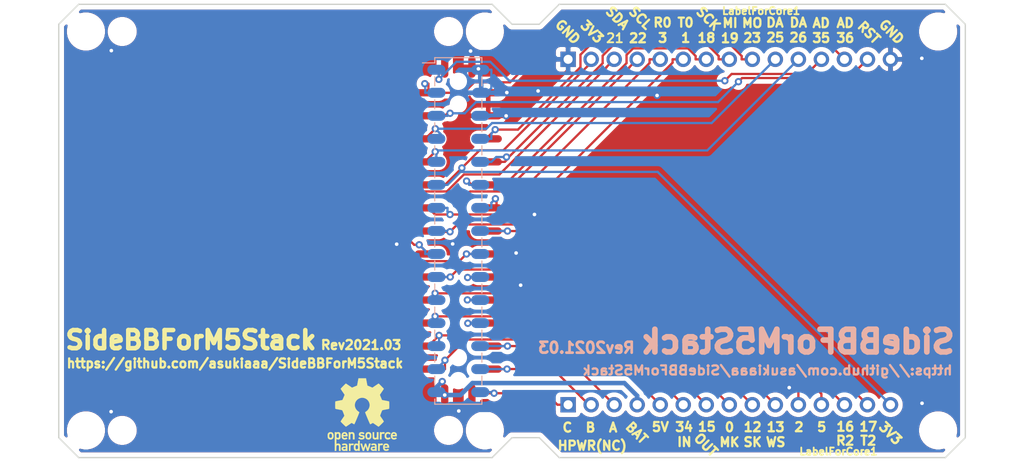
<source format=kicad_pcb>
(kicad_pcb (version 20171130) (host pcbnew 5.1.10-88a1d61d58~88~ubuntu20.04.1)
  (layers (0 F.Cu signal) (31 B.Cu signal) (34 B.Paste user) (35 F.Paste user) (36 B.SilkS user) (37 F.SilkS user) (38 B.Mask user) (39 F.Mask user) (44 Edge.Cuts user))
  (net 0 "")
  (net 1 GND)
  (net 2 G23)
  (net 3 G19)
  (net 4 G18)
  (net 5 G3)
  (net 6 G16)
  (net 7 G21)
  (net 8 G2)
  (net 9 G12)
  (net 10 G15)
  (net 11 +BATT)
  (net 12 +5V)
  (net 13 G34)
  (net 14 G0)
  (net 15 G13)
  (net 16 G5)
  (net 17 G22)
  (net 18 G17)
  (net 19 G1)
  (net 20 G26)
  (net 21 G25)
  (net 22 RST)
  (net 23 G36)
  (net 24 G35)
  (net 25 +3V3)
  (net 26 HPWR_C)
  (net 27 HPWR_B)
  (net 28 HPWR_A)
  (module footprints:PinSocket_1x15_P2.54mm_Vertical_without_silk (layer F.Cu) (at 156.185 94.17 90)
    (fp_text reference J2 hide)
    (fp_text value Conn_01x15)
    (pad 15 thru_hole oval (at 0 35.56 90) (size 1.7 1.7) (drill 1) (layers *.Cu *.Mask) (net 25 +3V3))
    (pad 1 thru_hole rect (at 0 0 90) (size 1.7 1.7) (drill 1) (layers *.Cu *.Mask) (net 26 HPWR_C))
    (pad 2 thru_hole oval (at 0 2.54 90) (size 1.7 1.7) (drill 1) (layers *.Cu *.Mask) (net 27 HPWR_B))
    (pad 3 thru_hole oval (at 0 5.08 90) (size 1.7 1.7) (drill 1) (layers *.Cu *.Mask) (net 28 HPWR_A))
    (pad 4 thru_hole oval (at 0 7.62 90) (size 1.7 1.7) (drill 1) (layers *.Cu *.Mask) (net 11 +BATT))
    (pad 5 thru_hole oval (at 0 10.16 90) (size 1.7 1.7) (drill 1) (layers *.Cu *.Mask) (net 12 +5V))
    (pad 6 thru_hole oval (at 0 12.7 90) (size 1.7 1.7) (drill 1) (layers *.Cu *.Mask) (net 13 G34))
    (pad 7 thru_hole oval (at 0 15.24 90) (size 1.7 1.7) (drill 1) (layers *.Cu *.Mask) (net 10 G15))
    (pad 8 thru_hole oval (at 0 17.78 90) (size 1.7 1.7) (drill 1) (layers *.Cu *.Mask) (net 14 G0))
    (pad 9 thru_hole oval (at 0 20.32 90) (size 1.7 1.7) (drill 1) (layers *.Cu *.Mask) (net 9 G12))
    (pad 10 thru_hole oval (at 0 22.86 90) (size 1.7 1.7) (drill 1) (layers *.Cu *.Mask) (net 15 G13))
    (pad 11 thru_hole oval (at 0 25.4 90) (size 1.7 1.7) (drill 1) (layers *.Cu *.Mask) (net 8 G2))
    (pad 12 thru_hole oval (at 0 27.94 90) (size 1.7 1.7) (drill 1) (layers *.Cu *.Mask) (net 16 G5))
    (pad 13 thru_hole oval (at 0 30.48 90) (size 1.7 1.7) (drill 1) (layers *.Cu *.Mask) (net 6 G16))
    (pad 14 thru_hole oval (at 0 33.02 90) (size 1.7 1.7) (drill 1) (layers *.Cu *.Mask) (net 18 G17))
  )
  (module footprints:PinSocket_1x15_P2.54mm_Vertical_without_silk (layer F.Cu) (at 156.185 56.07 90)
    (fp_text reference J1 hide)
    (fp_text value Conn_01x15)
    (pad 15 thru_hole oval (at 0 35.56 90) (size 1.7 1.7) (drill 1) (layers *.Cu *.Mask) (net 1 GND))
    (pad 1 thru_hole rect (at 0 0 90) (size 1.7 1.7) (drill 1) (layers *.Cu *.Mask) (net 1 GND))
    (pad 2 thru_hole oval (at 0 2.54 90) (size 1.7 1.7) (drill 1) (layers *.Cu *.Mask) (net 25 +3V3))
    (pad 3 thru_hole oval (at 0 5.08 90) (size 1.7 1.7) (drill 1) (layers *.Cu *.Mask) (net 7 G21))
    (pad 4 thru_hole oval (at 0 7.62 90) (size 1.7 1.7) (drill 1) (layers *.Cu *.Mask) (net 17 G22))
    (pad 5 thru_hole oval (at 0 10.16 90) (size 1.7 1.7) (drill 1) (layers *.Cu *.Mask) (net 5 G3))
    (pad 6 thru_hole oval (at 0 12.7 90) (size 1.7 1.7) (drill 1) (layers *.Cu *.Mask) (net 19 G1))
    (pad 7 thru_hole oval (at 0 15.24 90) (size 1.7 1.7) (drill 1) (layers *.Cu *.Mask) (net 4 G18))
    (pad 8 thru_hole oval (at 0 17.78 90) (size 1.7 1.7) (drill 1) (layers *.Cu *.Mask) (net 3 G19))
    (pad 9 thru_hole oval (at 0 20.32 90) (size 1.7 1.7) (drill 1) (layers *.Cu *.Mask) (net 2 G23))
    (pad 10 thru_hole oval (at 0 22.86 90) (size 1.7 1.7) (drill 1) (layers *.Cu *.Mask) (net 21 G25))
    (pad 11 thru_hole oval (at 0 25.4 90) (size 1.7 1.7) (drill 1) (layers *.Cu *.Mask) (net 20 G26))
    (pad 12 thru_hole oval (at 0 27.94 90) (size 1.7 1.7) (drill 1) (layers *.Cu *.Mask) (net 24 G35))
    (pad 13 thru_hole oval (at 0 30.48 90) (size 1.7 1.7) (drill 1) (layers *.Cu *.Mask) (net 23 G36))
    (pad 14 thru_hole oval (at 0 33.02 90) (size 1.7 1.7) (drill 1) (layers *.Cu *.Mask) (net 22 RST))
  )
  (module footprints:PinHeader_2x15_P2.54mm_M5Stack_SpacerPCB_pads (layer F.Cu) (at 144.074 75)
    (fp_text reference J3 hide)
    (fp_text value Conn_02x15_Odd_Even)
    (pad "" np_thru_hole oval (at 0 13.97) (size 0.9 0.9) (drill 0.9) (layers *.Cu *.Mask))
    (pad "" np_thru_hole oval (at 0 -13.97) (size 0.9 0.9) (drill 0.9) (layers *.Cu *.Mask))
    (pad 30 smd oval (at 1.5 18.1 90) (size 2.4 0.8) (layers F.Cu F.Paste F.Mask) (net 26 HPWR_C))
    (pad 28 smd oval (at 3.3 15.24) (size 3 0.8) (layers F.Cu F.Paste F.Mask) (net 27 HPWR_B))
    (pad 26 smd oval (at 3.3 12.7) (size 3 0.8) (layers F.Cu F.Paste F.Mask) (net 28 HPWR_A))
    (pad 24 smd oval (at 3.3 10.16) (size 3 0.8) (layers F.Cu F.Paste F.Mask) (net 10 G15))
    (pad 22 smd oval (at 3.3 7.62) (size 3 0.8) (layers F.Cu F.Paste F.Mask) (net 9 G12))
    (pad 20 smd oval (at 3.3 5.08) (size 3 0.8) (layers F.Cu F.Paste F.Mask) (net 8 G2))
    (pad 18 smd oval (at 3.3 2.54) (size 3 0.8) (layers F.Cu F.Paste F.Mask) (net 7 G21))
    (pad 16 smd oval (at 3.3 0.01) (size 3 0.8) (layers F.Cu F.Paste F.Mask) (net 6 G16))
    (pad 14 smd oval (at 3.3 -2.55) (size 3 0.8) (layers F.Cu F.Paste F.Mask) (net 5 G3))
    (pad 12 smd oval (at 3.3 -5.08) (size 3 0.8) (layers F.Cu F.Paste F.Mask) (net 4 G18))
    (pad 10 smd oval (at 3.3 -7.62) (size 3 0.8) (layers F.Cu F.Paste F.Mask) (net 3 G19))
    (pad 8 smd oval (at 3.3 -10.16) (size 3 0.8) (layers F.Cu F.Paste F.Mask) (net 2 G23))
    (pad 6 smd oval (at 3.3 -12.7) (size 3 0.8) (layers F.Cu F.Paste F.Mask) (net 1 GND))
    (pad 4 smd oval (at 3.3 -15.24) (size 3 0.8) (layers F.Cu F.Paste F.Mask) (net 1 GND))
    (pad 2 smd oval (at 1.5 -18.1 90) (size 2.4 0.8) (layers F.Cu F.Paste F.Mask) (net 1 GND))
    (pad 29 smd oval (at -1.5 18.1 90) (size 2.4 0.8) (layers F.Cu F.Paste F.Mask) (net 11 +BATT))
    (pad 27 smd oval (at -3.3 15.24) (size 3 0.8) (layers F.Cu F.Paste F.Mask) (net 12 +5V))
    (pad 25 smd oval (at -3.3 12.7) (size 3 0.8) (layers F.Cu F.Paste F.Mask) (net 13 G34))
    (pad 23 smd oval (at -3.3 10.16) (size 3 0.8) (layers F.Cu F.Paste F.Mask) (net 14 G0))
    (pad 21 smd oval (at -3.3 7.62) (size 3 0.8) (layers F.Cu F.Paste F.Mask) (net 15 G13))
    (pad 19 smd oval (at -3.3 5.08) (size 3 0.8) (layers F.Cu F.Paste F.Mask) (net 16 G5))
    (pad 17 smd oval (at -3.3 2.54) (size 3 0.8) (layers F.Cu F.Paste F.Mask) (net 17 G22))
    (pad 15 smd oval (at -3.3 0.01) (size 3 0.8) (layers F.Cu F.Paste F.Mask) (net 18 G17))
    (pad 13 smd oval (at -3.3 -2.54) (size 3 0.8) (layers F.Cu F.Paste F.Mask) (net 19 G1))
    (pad 11 smd oval (at -3.3 -5.08) (size 3 0.8) (layers F.Cu F.Paste F.Mask) (net 25 +3V3))
    (pad 9 smd oval (at -3.3 -7.62) (size 3 0.8) (layers F.Cu F.Paste F.Mask) (net 20 G26))
    (pad 7 smd oval (at -3.3 -10.16) (size 3 0.8) (layers F.Cu F.Paste F.Mask) (net 21 G25))
    (pad 5 smd oval (at -3.3 -12.7) (size 3 0.8) (layers F.Cu F.Paste F.Mask) (net 22 RST))
    (pad 3 smd oval (at -3.3 -15.24) (size 3 0.8) (layers F.Cu F.Paste F.Mask) (net 23 G36))
    (pad 1 smd oval (at -1.5 -18.1 90) (size 2.4 0.8) (layers F.Cu F.Paste F.Mask) (net 24 G35))
  )
  (module footprints:PinSocket_2x15_P2.54mm_Vertical_SMD_just_for_M5Stack_bottom (layer B.Cu) (at 144.074 75 180)
    (fp_text reference J4 hide)
    (fp_text value Conn_02x15_Odd_Even)
    (pad 30 smd oval (at -2.42 -17.78 180) (size 2 1.1) (layers B.Cu B.Paste B.Mask) (net 26 HPWR_C))
    (pad 29 smd oval (at 2.42 -17.78 180) (size 2 1.1) (layers B.Cu B.Paste B.Mask) (net 11 +BATT))
    (pad 28 smd oval (at -2.42 -15.24 180) (size 2 1.1) (layers B.Cu B.Paste B.Mask) (net 27 HPWR_B))
    (pad 27 smd oval (at 2.42 -15.24 180) (size 2 1.1) (layers B.Cu B.Paste B.Mask) (net 12 +5V))
    (pad 26 smd oval (at -2.42 -12.7 180) (size 2 1.1) (layers B.Cu B.Paste B.Mask) (net 28 HPWR_A))
    (pad 25 smd oval (at 2.42 -12.7 180) (size 2 1.1) (layers B.Cu B.Paste B.Mask) (net 13 G34))
    (pad 24 smd oval (at -2.42 -10.16 180) (size 2 1.1) (layers B.Cu B.Paste B.Mask) (net 10 G15))
    (pad 23 smd oval (at 2.42 -10.16 180) (size 2 1.1) (layers B.Cu B.Paste B.Mask) (net 14 G0))
    (pad 22 smd oval (at -2.42 -7.62 180) (size 2 1.1) (layers B.Cu B.Paste B.Mask) (net 9 G12))
    (pad 21 smd oval (at 2.42 -7.62 180) (size 2 1.1) (layers B.Cu B.Paste B.Mask) (net 15 G13))
    (pad 20 smd oval (at -2.42 -5.08 180) (size 2 1.1) (layers B.Cu B.Paste B.Mask) (net 8 G2))
    (pad 19 smd oval (at 2.42 -5.08 180) (size 2 1.1) (layers B.Cu B.Paste B.Mask) (net 16 G5))
    (pad 18 smd oval (at -2.42 -2.54 180) (size 2 1.1) (layers B.Cu B.Paste B.Mask) (net 7 G21))
    (pad 17 smd oval (at 2.42 -2.54 180) (size 2 1.1) (layers B.Cu B.Paste B.Mask) (net 17 G22))
    (pad 16 smd oval (at -2.42 0 180) (size 2 1.1) (layers B.Cu B.Paste B.Mask) (net 6 G16))
    (pad 15 smd oval (at 2.42 0 180) (size 2 1.1) (layers B.Cu B.Paste B.Mask) (net 18 G17))
    (pad 14 smd oval (at -2.42 2.54 180) (size 2 1.1) (layers B.Cu B.Paste B.Mask) (net 5 G3))
    (pad 13 smd oval (at 2.42 2.54 180) (size 2 1.1) (layers B.Cu B.Paste B.Mask) (net 19 G1))
    (pad 12 smd oval (at -2.42 5.08 180) (size 2 1.1) (layers B.Cu B.Paste B.Mask) (net 4 G18))
    (pad 11 smd oval (at 2.42 5.08 180) (size 2 1.1) (layers B.Cu B.Paste B.Mask) (net 25 +3V3))
    (pad 10 smd oval (at -2.42 7.62 180) (size 2 1.1) (layers B.Cu B.Paste B.Mask) (net 3 G19))
    (pad 9 smd oval (at 2.42 7.62 180) (size 2 1.1) (layers B.Cu B.Paste B.Mask) (net 20 G26))
    (pad 8 smd oval (at -2.42 10.16 180) (size 2 1.1) (layers B.Cu B.Paste B.Mask) (net 2 G23))
    (pad 7 smd oval (at 2.42 10.16 180) (size 2 1.1) (layers B.Cu B.Paste B.Mask) (net 21 G25))
    (pad 6 smd oval (at -2.42 12.7 180) (size 2 1.1) (layers B.Cu B.Paste B.Mask) (net 1 GND))
    (pad 5 smd oval (at 2.42 12.7 180) (size 2 1.1) (layers B.Cu B.Paste B.Mask) (net 22 RST))
    (pad 4 smd oval (at -2.52 15.24 180) (size 2 1.1) (layers B.Cu B.Paste B.Mask) (net 1 GND))
    (pad 3 smd oval (at 2.42 15.24 180) (size 2 1.1) (layers B.Cu B.Paste B.Mask) (net 23 G36))
    (pad 2 smd oval (at -2.42 17.78 180) (size 2 1.1) (layers B.Cu B.Paste B.Mask) (net 1 GND))
    (pad 1 smd oval (at 2.42 17.78 180) (size 2 1.1) (layers B.Cu B.Paste B.Mask) (net 24 G35))
    (pad "" np_thru_hole circle (at 0 16.51 180) (size 0.9 0.9) (drill 0.9) (layers *.Cu *.Mask))
    (pad "" np_thru_hole circle (at 0 -16.51 180) (size 0.9 0.9) (drill 0.9) (layers *.Cu *.Mask))
  )
  (module MountingHole:MountingHole_3.2mm_M3 (layer F.Cu) (at 103 53)
    (fp_text reference REF1 hide)
    (fp_text value MountingHole_3.2mm_M3)
    (pad 1 np_thru_hole circle (at 0 0) (size 3.2 3.2) (drill 3.2) (layers *.Cu *.Mask))
  )
  (module MountingHole:MountingHole_3.2mm_M3 (layer F.Cu) (at 147 53)
    (fp_text reference REF4 hide)
    (fp_text value MountingHole_3.2mm_M3)
    (pad 1 np_thru_hole circle (at 0 0) (size 3.2 3.2) (drill 3.2) (layers *.Cu *.Mask))
  )
  (module MountingHole:MountingHole_3.2mm_M3 (layer F.Cu) (at 103 97)
    (fp_text reference REF6 hide)
    (fp_text value MountingHole_3.2mm_M3)
    (pad 1 np_thru_hole circle (at 0 0) (size 3.2 3.2) (drill 3.2) (layers *.Cu *.Mask))
  )
  (module MountingHole:MountingHole_3.2mm_M3 (layer F.Cu) (at 147 97)
    (fp_text reference REF9 hide)
    (fp_text value MountingHole_3.2mm_M3)
    (pad 1 np_thru_hole circle (at 0 0) (size 3.2 3.2) (drill 3.2) (layers *.Cu *.Mask))
  )
  (module MountingHole:MountingHole_2.2mm_M2 (layer F.Cu) (at 107 53)
    (fp_text reference REF2 hide)
    (fp_text value MountingHole_2.2mm_M2)
    (pad 1 np_thru_hole circle (at 0 0) (size 2.2 2.2) (drill 2.2) (layers *.Cu *.Mask))
  )
  (module MountingHole:MountingHole_2.2mm_M2 (layer F.Cu) (at 143 53)
    (fp_text reference REF3 hide)
    (fp_text value MountingHole_2.2mm_M2)
    (pad 1 np_thru_hole circle (at 0 0) (size 2.2 2.2) (drill 2.2) (layers *.Cu *.Mask))
  )
  (module MountingHole:MountingHole_2.2mm_M2 (layer F.Cu) (at 107 97)
    (fp_text reference REF7 hide)
    (fp_text value MountingHole_2.2mm_M2)
    (pad 1 np_thru_hole circle (at 0 0) (size 2.2 2.2) (drill 2.2) (layers *.Cu *.Mask))
  )
  (module MountingHole:MountingHole_2.2mm_M2 (layer F.Cu) (at 143 97)
    (fp_text reference REF8 hide)
    (fp_text value MountingHole_2.2mm_M2)
    (pad 1 np_thru_hole circle (at 0 0) (size 2.2 2.2) (drill 2.2) (layers *.Cu *.Mask))
  )
  (module MountingHole:MountingHole_3.2mm_M3 (layer F.Cu) (at 197 53)
    (fp_text reference REF5 hide)
    (fp_text value MountingHole_3.2mm_M3)
    (pad 1 np_thru_hole circle (at 0 0) (size 3.2 3.2) (drill 3.2) (layers *.Cu *.Mask))
  )
  (module MountingHole:MountingHole_3.2mm_M3 (layer F.Cu) (at 197 97)
    (fp_text reference REF10 hide)
    (fp_text value MountingHole_3.2mm_M3)
    (pad 1 np_thru_hole circle (at 0 0) (size 3.2 3.2) (drill 3.2) (layers *.Cu *.Mask))
  )
  (module Symbol:OSHW-Logo_7.5x8mm_SilkScreen (layer F.Cu) (at 133.46684 95.25508)
    (fp_text reference REF** hide)
    (fp_text value OSHW-Logo_7.5x8mm_SilkScreen hide)
  )
  (gr_text LabelForCore1 (at 185.9988 99.3332) (layer F.SilkS) (effects (font (size 0.8 0.8) (thickness 0.2))))
  (gr_text LabelForCore1 (at 177.4738 50.7332) (layer F.SilkS) (effects (font (size 0.8 0.8) (thickness 0.2))))
  (gr_text C (at 156.0988 96.6832) (layer F.SilkS) (effects (font (size 1 1) (thickness 0.25))))
  (gr_text B (at 158.6488 96.6832) (layer F.SilkS) (effects (font (size 1 1) (thickness 0.25))))
  (gr_text A (at 161.1488 96.6832) (layer F.SilkS) (effects (font (size 1 1) (thickness 0.25))))
  (gr_text 34 (at 168.98428 96.62668) (layer F.SilkS) (effects (font (size 1 1) (thickness 0.25))))
  (gr_text IN (at 169.00968 98.28276) (layer F.SilkS) (effects (font (size 1 1) (thickness 0.25))))
  (gr_text 0 (at 173.983 96.65208) (layer F.SilkS) (effects (font (size 1 1) (thickness 0.25))))
  (gr_text MK (at 173.983 98.30308) (layer F.SilkS) (effects (font (size 1 1) (thickness 0.25))))
  (gr_text 15 (at 171.4938 96.60636) (layer F.SilkS) (effects (font (size 1 1) (thickness 0.25))))
  (gr_text OUT (at 171.38712 98.6028 -45) (layer F.SilkS) (effects (font (size 1 1) (thickness 0.25))))
  (gr_text 12 (at 176.53824 96.64192) (layer F.SilkS) (effects (font (size 1 1) (thickness 0.25))))
  (gr_text 13 (at 179.07824 96.64192) (layer F.SilkS) (effects (font (size 1 1) (thickness 0.25))))
  (gr_text WS (at 179.07824 98.29292) (layer F.SilkS) (effects (font (size 1 1) (thickness 0.25))))
  (gr_text SK (at 176.53824 98.29292) (layer F.SilkS) (effects (font (size 1 1) (thickness 0.25))))
  (gr_text "HPWR(NC)" (at 158.8488 98.6832) (layer F.SilkS) (effects (font (size 1 1) (thickness 0.25))))
  (gr_text Rev2021.03 (at 133.3488 87.5792) (layer F.SilkS) (effects (font (size 1 1) (thickness 0.25))))
  (gr_text SideBBForM5Stack (at 114.5738 87.0332) (layer F.SilkS) (effects (font (size 2 2) (thickness 0.5))))
  (gr_text https://github.com/asukiaaa/SideBBForM5Stack (at 178.1738 90.3832) (layer B.SilkS) (effects (font (size 1 1.1) (thickness 0.25)) (justify mirror)))
  (gr_text https://github.com/asukiaaa/SideBBForM5Stack (at 119.4308 89.6112) (layer F.SilkS) (effects (font (size 1 1) (thickness 0.25))))
  (gr_text GND (at 156.1338 53.0352 -45) (layer F.SilkS) (effects (font (size 1 1) (thickness 0.25))))
  (gr_line (start 153 52.2) (end 155.2 50) (layer Edge.Cuts) (width 0.15))
  (gr_line (start 150 52.2) (end 153 52.2) (layer Edge.Cuts) (width 0.15))
  (gr_line (start 153 97.8) (end 155.2 100) (layer Edge.Cuts) (width 0.15))
  (gr_line (start 150 97.8) (end 153 97.8) (layer Edge.Cuts) (width 0.15))
  (gr_text R0 (at 166.5986 52.0192) (layer F.SilkS) (effects (font (size 1 1) (thickness 0.25))))
  (gr_text T0 (at 169.1386 52.0192) (layer F.SilkS) (effects (font (size 1 1) (thickness 0.25))))
  (gr_text R2 (at 186.7488 98.1332) (layer F.SilkS) (effects (font (size 1 1) (thickness 0.25))))
  (gr_text T2 (at 189.2988 98.1332) (layer F.SilkS) (effects (font (size 1 1) (thickness 0.25))))
  (gr_text DA (at 178.9938 52.0192) (layer F.SilkS) (effects (font (size 1 1) (thickness 0.25))))
  (gr_text DA (at 181.57952 52.0192) (layer F.SilkS) (effects (font (size 1 1) (thickness 0.25))))
  (gr_text AD (at 184.10428 52.06492) (layer F.SilkS) (effects (font (size 1 1) (thickness 0.25))))
  (gr_text AD (at 186.75604 52.05984) (layer F.SilkS) (effects (font (size 1 1) (thickness 0.25))))
  (gr_text Rev2021.03 (at 158.1988 87.8832) (layer B.SilkS) (effects (font (size 1.2 1.2) (thickness 0.3)) (justify mirror)))
  (gr_text SideBBForM5Stack (at 181.52872 87.21852) (layer B.SilkS) (effects (font (size 2.5 2.5) (thickness 0.625)) (justify mirror)))
  (gr_text SCK (at 171.64812 51.59756 -45) (layer F.SilkS) (effects (font (size 1 1) (thickness 0.25))))
  (gr_text 18 (at 171.44492 53.71084) (layer F.SilkS) (effects (font (size 1 1) (thickness 0.25))))
  (gr_text MO (at 176.48936 52.05984) (layer F.SilkS) (effects (font (size 1 1) (thickness 0.25))))
  (gr_text 19 (at 174.02556 53.74132) (layer F.SilkS) (effects (font (size 1 1) (thickness 0.25))))
  (gr_text 23 (at 176.48936 53.71084) (layer F.SilkS) (effects (font (size 1 1) (thickness 0.25))))
  (gr_text MI (at 174.05096 52.05984) (layer F.SilkS) (effects (font (size 1 1) (thickness 0.25))))
  (gr_text SCL (at 164.15512 51.5112 -45) (layer F.SilkS) (effects (font (size 1 1) (thickness 0.25))))
  (gr_text SDA (at 161.61512 51.5112 -45) (layer F.SilkS) (effects (font (size 1 1) (thickness 0.25))))
  (gr_text 3V3 (at 191.73252 97.3328 -45) (layer F.SilkS) (effects (font (size 1 1) (thickness 0.25))))
  (gr_text 22 (at 163.89096 53.73624) (layer F.SilkS) (effects (font (size 1 1) (thickness 0.25))))
  (gr_text GND (at 191.8488 53.0332 -45) (layer F.SilkS) (effects (font (size 1 1) (thickness 0.25))))
  (gr_text 21 (at 161.35096 53.73624) (layer F.SilkS) (effects (font (size 1 1) (thickness 0.2))))
  (gr_text 36 (at 186.75604 53.71084) (layer F.SilkS) (effects (font (size 1 1) (thickness 0.25))))
  (gr_text 3V3 (at 158.81604 53.0352 -45) (layer F.SilkS) (effects (font (size 1 1) (thickness 0.25))))
  (gr_text 35 (at 184.10428 53.71592) (layer F.SilkS) (effects (font (size 1 1) (thickness 0.25))))
  (gr_text BAT (at 163.75188 97.27184 -45) (layer F.SilkS) (effects (font (size 1 1) (thickness 0.25))))
  (gr_text RST (at 189.36716 53.12156 -45) (layer F.SilkS) (effects (font (size 1 1) (thickness 0.25))))
  (gr_text 5V (at 166.363 96.62668) (layer F.SilkS) (effects (font (size 1 1) (thickness 0.25))))
  (gr_text 26 (at 181.57952 53.6702) (layer F.SilkS) (effects (font (size 1 1) (thickness 0.25))))
  (gr_text 25 (at 179.0446 53.6702) (layer F.SilkS) (effects (font (size 1 1) (thickness 0.25))))
  (gr_text 5 (at 184.15824 96.63684) (layer F.SilkS) (effects (font (size 1 1) (thickness 0.25))))
  (gr_text 2 (at 181.64872 96.63684) (layer F.SilkS) (effects (font (size 1 1) (thickness 0.25))))
  (gr_text 17 (at 189.30428 96.5962) (layer F.SilkS) (effects (font (size 1 1) (thickness 0.25))))
  (gr_text 16 (at 186.76428 96.5962) (layer F.SilkS) (effects (font (size 1 1) (thickness 0.25))))
  (gr_text 1 (at 169.15892 53.71084) (layer F.SilkS) (effects (font (size 1 1) (thickness 0.25))))
  (gr_text 3 (at 166.61892 53.71084) (layer F.SilkS) (effects (font (size 1 1) (thickness 0.25))))
  (gr_line (start 200 97.8) (end 197.8 100) (layer Edge.Cuts) (width 0.15))
  (gr_line (start 197.8 50) (end 200 52.2) (layer Edge.Cuts) (width 0.15))
  (gr_line (start 197.8 100) (end 155.2 100) (layer Edge.Cuts) (width 0.15))
  (gr_line (start 200 52.2) (end 200 97.8) (layer Edge.Cuts) (width 0.15))
  (gr_line (start 155.2 50) (end 197.8 50) (layer Edge.Cuts) (width 0.15))
  (gr_line (start 102.2 50) (end 100 52.2) (layer Edge.Cuts) (width 0.15))
  (gr_line (start 100 97.8) (end 100 52.2) (layer Edge.Cuts) (width 0.15))
  (gr_line (start 102.2 100) (end 100 97.8) (layer Edge.Cuts) (width 0.15))
  (gr_line (start 147.8 100) (end 102.2 100) (layer Edge.Cuts) (width 0.15))
  (gr_line (start 150 97.8) (end 147.8 100) (layer Edge.Cuts) (width 0.15))
  (gr_line (start 147.8 50) (end 150 52.2) (layer Edge.Cuts) (width 0.15))
  (gr_line (start 102.2 50) (end 147.8 50) (layer Edge.Cuts) (width 0.15))
  (segment (start 147.374 59.76) (end 147.374 62.3) (width 0.25) (layer F.Cu) (net 1))
  (segment (start 147.0852 59.76) (end 147.2067 59.76) (width 0.25) (layer B.Cu) (net 1))
  (segment (start 146.594 59.76) (end 147.0852 59.76) (width 0.25) (layer B.Cu) (net 1))
  (segment (start 147.2067 59.76) (end 147.7193 59.2474) (width 0.25) (layer B.Cu) (net 1))
  (segment (start 147.7193 59.2474) (end 147.7193 57.22) (width 0.25) (layer B.Cu) (net 1))
  (segment (start 146.494 57.22) (end 147.7193 57.22) (width 0.25) (layer B.Cu) (net 1))
  (segment (start 147.374 59.76) (end 149.397 59.76) (width 0.25) (layer F.Cu) (net 1))
  (via (at 149.4238 59.7332) (size 0.8) (drill 0.4) (layers F.Cu B.Cu) (net 1))
  (segment (start 149.397 59.76) (end 149.4238 59.7332) (width 0.25) (layer F.Cu) (net 1))
  (segment (start 146.6208 59.7332) (end 146.594 59.76) (width 0.25) (layer B.Cu) (net 1))
  (segment (start 149.4238 59.7332) (end 146.6208 59.7332) (width 0.25) (layer B.Cu) (net 1))
  (segment (start 153.087 56.07) (end 156.185 56.07) (width 0.25) (layer F.Cu) (net 1))
  (segment (start 149.4238 59.7332) (end 153.087 56.07) (width 0.25) (layer F.Cu) (net 1))
  (via (at 146.290424 57.119999) (size 0.8) (drill 0.4) (layers F.Cu B.Cu) (net 1))
  (segment (start 146.494 57.22) (end 146.390425 57.22) (width 0.25) (layer B.Cu) (net 1))
  (segment (start 146.390425 57.22) (end 146.290424 57.119999) (width 0.25) (layer B.Cu) (net 1))
  (segment (start 146.270425 57.1) (end 146.290424 57.119999) (width 0.25) (layer F.Cu) (net 1))
  (segment (start 145.074 57.1) (end 146.270425 57.1) (width 0.25) (layer F.Cu) (net 1))
  (segment (start 153.7968 59.5582) (end 152.8738 59.5582) (width 0.25) (layer F.Cu) (net 1))
  (segment (start 156.185 56.07) (end 156.185 57.17) (width 0.25) (layer F.Cu) (net 1))
  (via (at 152.8738 59.5582) (size 0.8) (drill 0.4) (layers F.Cu B.Cu) (net 1))
  (segment (start 156.185 57.17) (end 153.7968 59.5582) (width 0.25) (layer F.Cu) (net 1))
  (via (at 165.9988 60.0582) (size 0.8) (drill 0.4) (layers F.Cu B.Cu) (net 1))
  (segment (start 152.8738 59.5582) (end 165.4988 59.5582) (width 0.25) (layer B.Cu) (net 1))
  (segment (start 165.4988 59.5582) (end 165.9988 60.0582) (width 0.25) (layer B.Cu) (net 1))
  (via (at 149.3488 62.3082) (size 0.8) (drill 0.4) (layers F.Cu B.Cu) (net 1))
  (segment (start 146.494 62.3) (end 149.3406 62.3) (width 0.25) (layer B.Cu) (net 1))
  (segment (start 149.3406 62.3) (end 149.3488 62.3082) (width 0.25) (layer B.Cu) (net 1))
  (segment (start 147.3822 62.3082) (end 147.374 62.3) (width 0.25) (layer F.Cu) (net 1))
  (segment (start 149.3488 62.3082) (end 147.3822 62.3082) (width 0.25) (layer F.Cu) (net 1))
  (via (at 145.4238 55.1582) (size 0.8) (drill 0.4) (layers F.Cu B.Cu) (net 1))
  (segment (start 154.1732 55.1582) (end 145.4238 55.1582) (width 0.25) (layer B.Cu) (net 1))
  (segment (start 156.185 56.07) (end 155.085 56.07) (width 0.25) (layer B.Cu) (net 1))
  (segment (start 155.085 56.07) (end 154.1732 55.1582) (width 0.25) (layer B.Cu) (net 1))
  (via (at 105.7988 55.1082) (size 0.8) (drill 0.4) (layers F.Cu B.Cu) (net 1))
  (segment (start 145.4238 55.1582) (end 105.8488 55.1582) (width 0.25) (layer F.Cu) (net 1))
  (segment (start 105.8488 55.1582) (end 105.7988 55.1082) (width 0.25) (layer F.Cu) (net 1))
  (via (at 105.7738 94.9332) (size 0.8) (drill 0.4) (layers F.Cu B.Cu) (net 1))
  (segment (start 105.7988 55.1082) (end 105.7988 94.9082) (width 0.25) (layer B.Cu) (net 1))
  (segment (start 105.7988 94.9082) (end 105.7738 94.9332) (width 0.25) (layer B.Cu) (net 1))
  (via (at 144.1238 94.8582) (size 0.8) (drill 0.4) (layers F.Cu B.Cu) (net 1))
  (segment (start 105.7738 94.9332) (end 144.0488 94.9332) (width 0.25) (layer F.Cu) (net 1))
  (segment (start 144.0488 94.9332) (end 144.1238 94.8582) (width 0.25) (layer F.Cu) (net 1))
  (segment (start 144.1238 94.8582) (end 153.3238 94.8582) (width 0.25) (layer B.Cu) (net 1))
  (segment (start 153.3238 94.8582) (end 153.7238 94.8582) (width 0.25) (layer B.Cu) (net 1))
  (segment (start 153.7238 94.8582) (end 155.5988 96.7332) (width 0.25) (layer B.Cu) (net 1))
  (via (at 195.2238 94.0082) (size 0.8) (drill 0.4) (layers F.Cu B.Cu) (net 1))
  (segment (start 155.5988 96.7332) (end 192.4988 96.7332) (width 0.25) (layer B.Cu) (net 1))
  (segment (start 192.4988 96.7332) (end 195.2238 94.0082) (width 0.25) (layer B.Cu) (net 1))
  (via (at 195.1988 55.9582) (size 0.8) (drill 0.4) (layers F.Cu B.Cu) (net 1))
  (segment (start 195.2238 94.0082) (end 195.2238 55.9832) (width 0.25) (layer F.Cu) (net 1))
  (segment (start 195.2238 55.9832) (end 195.1988 55.9582) (width 0.25) (layer F.Cu) (net 1))
  (via (at 152.4738 73.1832) (size 0.8) (drill 0.4) (layers F.Cu B.Cu) (net 1))
  (segment (start 153.0738 72.5832) (end 152.4738 73.1832) (width 0.25) (layer F.Cu) (net 1))
  (segment (start 195.1988 55.9582) (end 178.5738 72.5832) (width 0.25) (layer F.Cu) (net 1))
  (segment (start 178.5738 72.5832) (end 153.0738 72.5832) (width 0.25) (layer F.Cu) (net 1))
  (segment (start 152.4738 73.1832) (end 171.3988 92.1082) (width 0.25) (layer B.Cu) (net 1))
  (segment (start 171.3988 92.1082) (end 184.0988 92.1082) (width 0.25) (layer B.Cu) (net 1))
  (via (at 180.575142 92.281858) (size 0.8) (drill 0.4) (layers F.Cu B.Cu) (net 1))
  (segment (start 184.0988 92.1082) (end 180.7488 92.1082) (width 0.25) (layer B.Cu) (net 1))
  (segment (start 180.7488 92.1082) (end 180.575142 92.281858) (width 0.25) (layer B.Cu) (net 1))
  (segment (start 180.575142 92.281858) (end 178.222458 92.281858) (width 0.25) (layer F.Cu) (net 1))
  (via (at 143.4488 76.4332) (size 0.8) (drill 0.4) (layers F.Cu B.Cu) (net 1))
  (segment (start 147.372202 76.4332) (end 143.4488 76.4332) (width 0.25) (layer B.Cu) (net 1))
  (segment (start 148.8988 76.4332) (end 147.372202 76.4332) (width 0.25) (layer B.Cu) (net 1))
  (segment (start 143.4488 76.998885) (end 143.4238 77.023885) (width 0.25) (layer B.Cu) (net 1))
  (segment (start 143.4488 76.4332) (end 143.4488 76.998885) (width 0.25) (layer B.Cu) (net 1))
  (segment (start 143.4238 77.023885) (end 143.4238 77.755202) (width 0.25) (layer B.Cu) (net 1))
  (segment (start 143.4238 77.755202) (end 143.4238 78.3332) (width 0.25) (layer B.Cu) (net 1))
  (segment (start 143.4238 78.3332) (end 142.9738 78.7832) (width 0.25) (layer B.Cu) (net 1))
  (segment (start 142.9738 78.7832) (end 139.6238 78.7832) (width 0.25) (layer B.Cu) (net 1))
  (segment (start 139.6238 78.7832) (end 137.4738 76.6332) (width 0.25) (layer B.Cu) (net 1))
  (segment (start 137.4738 76.6332) (end 137.4738 76.4582) (width 0.25) (layer B.Cu) (net 1))
  (via (at 150.4488 77.4332) (size 0.8) (drill 0.4) (layers F.Cu B.Cu) (net 1))
  (segment (start 148.8988 76.4332) (end 149.4488 76.4332) (width 0.25) (layer B.Cu) (net 1))
  (segment (start 149.4488 76.4332) (end 150.4488 77.4332) (width 0.25) (layer B.Cu) (net 1))
  (segment (start 150.4488 77.4332) (end 163.3738 77.4332) (width 0.25) (layer F.Cu) (net 1))
  (via (at 137.27398 76.4582) (size 0.8) (drill 0.4) (layers F.Cu B.Cu) (net 1))
  (segment (start 137.4738 76.4582) (end 137.27398 76.4582) (width 0.25) (layer B.Cu) (net 1))
  (segment (start 195.087 56.07) (end 195.1988 55.9582) (width 0.25) (layer B.Cu) (net 1))
  (segment (start 191.745 56.07) (end 195.087 56.07) (width 0.25) (layer B.Cu) (net 1))
  (via (at 150.9488 80.9832) (size 0.8) (drill 0.4) (layers F.Cu B.Cu) (net 1))
  (segment (start 176.505 56.07) (end 175.3297 56.07) (width 0.25) (layer F.Cu) (net 2))
  (segment (start 175.3297 56.07) (end 175.3297 55.7027) (width 0.25) (layer F.Cu) (net 2))
  (segment (start 175.3297 55.7027) (end 173.5386 53.9116) (width 0.25) (layer F.Cu) (net 2))
  (segment (start 173.5386 53.9116) (end 159.1932 53.9116) (width 0.25) (layer F.Cu) (net 2))
  (segment (start 159.1932 53.9116) (end 157.5476 55.5572) (width 0.25) (layer F.Cu) (net 2))
  (segment (start 157.5476 55.5572) (end 157.5476 56.9291) (width 0.25) (layer F.Cu) (net 2))
  (segment (start 157.5476 56.9291) (end 150.6553 63.8214) (width 0.25) (layer F.Cu) (net 2))
  (segment (start 150.6553 63.8214) (end 148.1429 63.8214) (width 0.25) (layer F.Cu) (net 2))
  (segment (start 147.7193 64.84) (end 147.7193 64.245) (width 0.25) (layer B.Cu) (net 2))
  (segment (start 147.7193 64.245) (end 148.1429 63.8214) (width 0.25) (layer B.Cu) (net 2))
  (segment (start 147.374 64.84) (end 147.374 64.5903) (width 0.25) (layer F.Cu) (net 2))
  (segment (start 147.374 64.5903) (end 148.1429 63.8214) (width 0.25) (layer F.Cu) (net 2))
  (segment (start 146.494 64.84) (end 147.7193 64.84) (width 0.25) (layer B.Cu) (net 2))
  (via (at 148.1429 63.8214) (size 0.8) (layers F.Cu B.Cu) (net 2))
  (segment (start 146.494 67.38) (end 147.7193 67.38) (width 0.25) (layer B.Cu) (net 3))
  (segment (start 149.3888 66.8447) (end 149.6481 66.8447) (width 0.25) (layer F.Cu) (net 3))
  (segment (start 149.6481 66.8447) (end 159.995 56.4978) (width 0.25) (layer F.Cu) (net 3))
  (segment (start 159.995 56.4978) (end 159.995 55.6683) (width 0.25) (layer F.Cu) (net 3))
  (segment (start 159.995 55.6683) (end 161.2542 54.4091) (width 0.25) (layer F.Cu) (net 3))
  (segment (start 161.2542 54.4091) (end 171.4961 54.4091) (width 0.25) (layer F.Cu) (net 3))
  (segment (start 171.4961 54.4091) (end 172.7897 55.7027) (width 0.25) (layer F.Cu) (net 3))
  (segment (start 172.7897 55.7027) (end 172.7897 56.07) (width 0.25) (layer F.Cu) (net 3))
  (segment (start 149.1993 67.38) (end 149.3888 67.1905) (width 0.25) (layer F.Cu) (net 3))
  (segment (start 149.3888 67.1905) (end 149.3888 66.8447) (width 0.25) (layer F.Cu) (net 3))
  (segment (start 149.3888 66.8447) (end 148.2546 66.8447) (width 0.25) (layer B.Cu) (net 3))
  (segment (start 148.2546 66.8447) (end 147.7193 67.38) (width 0.25) (layer B.Cu) (net 3))
  (segment (start 147.374 67.38) (end 149.1993 67.38) (width 0.25) (layer F.Cu) (net 3))
  (segment (start 173.965 56.07) (end 172.7897 56.07) (width 0.25) (layer F.Cu) (net 3))
  (via (at 149.3888 66.8447) (size 0.8) (layers F.Cu B.Cu) (net 3))
  (segment (start 146.494 69.92) (end 145.2687 69.92) (width 0.25) (layer B.Cu) (net 4))
  (segment (start 145.5487 69.92) (end 145.1251 69.4964) (width 0.25) (layer F.Cu) (net 4))
  (segment (start 145.1251 69.4964) (end 144.9869 69.4964) (width 0.25) (layer F.Cu) (net 4))
  (segment (start 145.2687 69.92) (end 145.2687 69.7782) (width 0.25) (layer B.Cu) (net 4))
  (segment (start 145.2687 69.7782) (end 144.9869 69.4964) (width 0.25) (layer B.Cu) (net 4))
  (segment (start 147.374 69.92) (end 145.5487 69.92) (width 0.25) (layer F.Cu) (net 4))
  (segment (start 147.374 69.92) (end 149.1993 69.92) (width 0.25) (layer F.Cu) (net 4))
  (segment (start 171.425 56.07) (end 170.2497 56.07) (width 0.25) (layer F.Cu) (net 4))
  (segment (start 170.2497 56.07) (end 170.2497 55.7027) (width 0.25) (layer F.Cu) (net 4))
  (segment (start 170.2497 55.7027) (end 169.4065 54.8595) (width 0.25) (layer F.Cu) (net 4))
  (segment (start 169.4065 54.8595) (end 163.3527 54.8595) (width 0.25) (layer F.Cu) (net 4))
  (segment (start 163.3527 54.8595) (end 162.6296 55.5826) (width 0.25) (layer F.Cu) (net 4))
  (segment (start 162.6296 55.5826) (end 162.6296 56.4897) (width 0.25) (layer F.Cu) (net 4))
  (segment (start 162.6296 56.4897) (end 149.1993 69.92) (width 0.25) (layer F.Cu) (net 4))
  (via (at 144.9869 69.4964) (size 0.8) (layers F.Cu B.Cu) (net 4))
  (segment (start 148.2867 72.45) (end 148.2867 71.5646) (width 0.25) (layer F.Cu) (net 5))
  (segment (start 148.2867 71.5646) (end 148.1659 71.4438) (width 0.25) (layer F.Cu) (net 5))
  (segment (start 147.7193 72.46) (end 147.7193 71.8904) (width 0.25) (layer B.Cu) (net 5))
  (segment (start 147.7193 71.8904) (end 148.1659 71.4438) (width 0.25) (layer B.Cu) (net 5))
  (segment (start 146.494 72.46) (end 147.7193 72.46) (width 0.25) (layer B.Cu) (net 5))
  (segment (start 148.2867 72.45) (end 149.1993 72.45) (width 0.25) (layer F.Cu) (net 5))
  (segment (start 147.374 72.45) (end 148.2867 72.45) (width 0.25) (layer F.Cu) (net 5))
  (segment (start 166.345 56.07) (end 165.1697 56.07) (width 0.25) (layer F.Cu) (net 5))
  (segment (start 165.1697 56.07) (end 165.1697 56.4796) (width 0.25) (layer F.Cu) (net 5))
  (segment (start 165.1697 56.4796) (end 149.1993 72.45) (width 0.25) (layer F.Cu) (net 5))
  (via (at 148.1659 71.4438) (size 0.8) (layers F.Cu B.Cu) (net 5))
  (segment (start 147.7193 75) (end 149.488 75) (width 0.25) (layer B.Cu) (net 6))
  (segment (start 149.488 75) (end 149.498 75.01) (width 0.25) (layer B.Cu) (net 6))
  (segment (start 149.498 75.01) (end 147.374 75.01) (width 0.25) (layer F.Cu) (net 6))
  (segment (start 146.494 75) (end 147.7193 75) (width 0.25) (layer B.Cu) (net 6))
  (via (at 149.498 75.01) (size 0.8) (layers F.Cu B.Cu) (net 6))
  (segment (start 161.617 75.01) (end 149.498 75.01) (width 0.25) (layer F.Cu) (net 6))
  (segment (start 167.505 75.01) (end 161.617 75.01) (width 0.25) (layer F.Cu) (net 6))
  (segment (start 186.665 94.17) (end 167.505 75.01) (width 0.25) (layer F.Cu) (net 6))
  (segment (start 145.5487 77.54) (end 144.9718 77.54) (width 0.25) (layer F.Cu) (net 7))
  (segment (start 146.494 77.54) (end 144.9718 77.54) (width 0.25) (layer B.Cu) (net 7))
  (segment (start 147.374 77.54) (end 145.5487 77.54) (width 0.25) (layer F.Cu) (net 7))
  (via (at 144.9718 77.54) (size 0.8) (layers F.Cu B.Cu) (net 7))
  (segment (start 160.415001 56.964317) (end 160.415001 56.919999) (width 0.25) (layer F.Cu) (net 7))
  (segment (start 142.8123 70.6453) (end 144.6865 68.7711) (width 0.25) (layer F.Cu) (net 7))
  (segment (start 144.9718 77.54) (end 144.1781 78.3337) (width 0.25) (layer F.Cu) (net 7))
  (segment (start 160.415001 56.919999) (end 161.265 56.07) (width 0.25) (layer F.Cu) (net 7))
  (segment (start 137.99898 77.390298) (end 137.998981 71.973291) (width 0.25) (layer F.Cu) (net 7))
  (segment (start 148.608218 68.7711) (end 160.415001 56.964317) (width 0.25) (layer F.Cu) (net 7))
  (segment (start 144.1781 78.3337) (end 138.942382 78.3337) (width 0.25) (layer F.Cu) (net 7))
  (segment (start 138.942382 78.3337) (end 137.99898 77.390298) (width 0.25) (layer F.Cu) (net 7))
  (segment (start 144.6865 68.7711) (end 148.608218 68.7711) (width 0.25) (layer F.Cu) (net 7))
  (segment (start 137.998981 71.973291) (end 139.326972 70.6453) (width 0.25) (layer F.Cu) (net 7))
  (segment (start 139.326972 70.6453) (end 142.8123 70.6453) (width 0.25) (layer F.Cu) (net 7))
  (segment (start 161.607 80.08) (end 147.374 80.08) (width 0.25) (layer F.Cu) (net 8))
  (via (at 145.0988 80.1332) (size 0.8) (drill 0.4) (layers F.Cu B.Cu) (net 8))
  (segment (start 146.494 80.08) (end 145.152 80.08) (width 0.25) (layer B.Cu) (net 8))
  (segment (start 145.152 80.08) (end 145.0988 80.1332) (width 0.25) (layer B.Cu) (net 8))
  (segment (start 147.3208 80.1332) (end 147.374 80.08) (width 0.25) (layer F.Cu) (net 8))
  (segment (start 145.0988 80.1332) (end 147.3208 80.1332) (width 0.25) (layer F.Cu) (net 8))
  (segment (start 169.446286 80.08) (end 161.607 80.08) (width 0.25) (layer F.Cu) (net 8))
  (segment (start 181.585 92.218714) (end 169.446286 80.08) (width 0.25) (layer F.Cu) (net 8))
  (segment (start 181.585 94.17) (end 181.585 92.218714) (width 0.25) (layer F.Cu) (net 8))
  (segment (start 159.067 82.62) (end 147.374 82.62) (width 0.25) (layer F.Cu) (net 9))
  (via (at 145.0738 82.6082) (size 0.8) (drill 0.4) (layers F.Cu B.Cu) (net 9))
  (segment (start 146.494 82.62) (end 145.0856 82.62) (width 0.25) (layer B.Cu) (net 9))
  (segment (start 145.0856 82.62) (end 145.0738 82.6082) (width 0.25) (layer B.Cu) (net 9))
  (segment (start 147.3622 82.6082) (end 147.374 82.62) (width 0.25) (layer F.Cu) (net 9))
  (segment (start 145.0738 82.6082) (end 147.3622 82.6082) (width 0.25) (layer F.Cu) (net 9))
  (segment (start 164.955 82.62) (end 159.067 82.62) (width 0.25) (layer F.Cu) (net 9))
  (segment (start 176.505 94.17) (end 164.955 82.62) (width 0.25) (layer F.Cu) (net 9))
  (via (at 145.1238 85.1832) (size 0.8) (drill 0.4) (layers F.Cu B.Cu) (net 10))
  (segment (start 147.374 85.16) (end 145.147 85.16) (width 0.25) (layer F.Cu) (net 10))
  (segment (start 145.147 85.16) (end 145.1238 85.1832) (width 0.25) (layer F.Cu) (net 10))
  (segment (start 146.4708 85.1832) (end 146.494 85.16) (width 0.25) (layer B.Cu) (net 10))
  (segment (start 145.1238 85.1832) (end 146.4708 85.1832) (width 0.25) (layer B.Cu) (net 10))
  (segment (start 149.4506 85.16) (end 147.374 85.16) (width 0.25) (layer F.Cu) (net 10))
  (segment (start 162.415 85.16) (end 149.4506 85.16) (width 0.25) (layer F.Cu) (net 10))
  (segment (start 171.425 94.17) (end 162.415 85.16) (width 0.25) (layer F.Cu) (net 10))
  (via (at 142.2988 91.6082) (size 0.8) (drill 0.4) (layers F.Cu B.Cu) (net 11))
  (segment (start 142.2988 92.8248) (end 142.574 93.1) (width 0.25) (layer F.Cu) (net 11))
  (segment (start 142.2988 91.6082) (end 142.2988 92.8248) (width 0.25) (layer F.Cu) (net 11))
  (via (at 142.574 93.1) (size 0.8) (drill 0.4) (layers F.Cu B.Cu) (net 11))
  (segment (start 142.254 92.78) (end 142.574 93.1) (width 0.25) (layer B.Cu) (net 11))
  (segment (start 141.654 92.78) (end 142.254 92.78) (width 0.25) (layer B.Cu) (net 11))
  (segment (start 145.629783 91.77999) (end 162.39559 91.77999) (width 0.5) (layer B.Cu) (net 11))
  (segment (start 144.309773 93.1) (end 145.629783 91.77999) (width 0.5) (layer B.Cu) (net 11))
  (segment (start 142.574 93.1) (end 144.309773 93.1) (width 0.5) (layer B.Cu) (net 11))
  (segment (start 163.805 93.1894) (end 163.805 94.17) (width 0.5) (layer B.Cu) (net 11))
  (segment (start 162.39559 91.77999) (end 163.805 93.1894) (width 0.5) (layer B.Cu) (net 11))
  (segment (start 141.654 92.253) (end 142.2988 91.6082) (width 0.5) (layer B.Cu) (net 11))
  (segment (start 141.654 92.78) (end 141.654 92.253) (width 0.5) (layer B.Cu) (net 11))
  (segment (start 142.5993 89.2641) (end 142.5993 90.24) (width 0.25) (layer F.Cu) (net 12))
  (segment (start 140.774 90.24) (end 142.5993 90.24) (width 0.25) (layer F.Cu) (net 12))
  (via (at 142.5993 89.2641) (size 0.8) (drill 0.4) (layers F.Cu B.Cu) (net 12))
  (segment (start 142.5993 89.2947) (end 141.654 90.24) (width 0.25) (layer B.Cu) (net 12))
  (segment (start 142.5993 89.2641) (end 142.5993 89.2947) (width 0.25) (layer B.Cu) (net 12))
  (segment (start 144.89 86.9734) (end 142.5993 89.2641) (width 0.25) (layer F.Cu) (net 12))
  (segment (start 159.1484 86.9734) (end 144.89 86.9734) (width 0.25) (layer F.Cu) (net 12))
  (segment (start 166.345 94.17) (end 159.1484 86.9734) (width 0.25) (layer F.Cu) (net 12))
  (segment (start 155.3501 86.5231) (end 141.9509 86.5231) (width 0.25) (layer F.Cu) (net 13))
  (segment (start 141.9509 86.5231) (end 140.774 87.7) (width 0.25) (layer F.Cu) (net 13))
  (via (at 141.9509 86.5231) (size 0.8) (drill 0.4) (layers F.Cu B.Cu) (net 13))
  (segment (start 141.9509 87.4031) (end 141.654 87.7) (width 0.25) (layer B.Cu) (net 13))
  (segment (start 141.9509 86.5231) (end 141.9509 87.4031) (width 0.25) (layer B.Cu) (net 13))
  (segment (start 161.2381 86.5231) (end 155.3501 86.5231) (width 0.25) (layer F.Cu) (net 13))
  (segment (start 168.885 94.17) (end 161.2381 86.5231) (width 0.25) (layer F.Cu) (net 13))
  (segment (start 140.774 85.16) (end 141.5133 84.4207) (width 0.25) (layer F.Cu) (net 14))
  (segment (start 141.5133 84.4207) (end 158.3277 84.4207) (width 0.25) (layer F.Cu) (net 14))
  (via (at 141.5133 84.4207) (size 0.8) (drill 0.4) (layers F.Cu B.Cu) (net 14))
  (segment (start 141.5133 85.0193) (end 141.654 85.16) (width 0.25) (layer B.Cu) (net 14))
  (segment (start 141.5133 84.4207) (end 141.5133 85.0193) (width 0.25) (layer B.Cu) (net 14))
  (segment (start 164.2157 84.4207) (end 158.3277 84.4207) (width 0.25) (layer F.Cu) (net 14))
  (segment (start 173.965 94.17) (end 164.2157 84.4207) (width 0.25) (layer F.Cu) (net 14))
  (segment (start 140.774 82.62) (end 141.5133 81.8807) (width 0.25) (layer F.Cu) (net 15))
  (segment (start 141.5133 81.8807) (end 160.8677 81.8807) (width 0.25) (layer F.Cu) (net 15))
  (via (at 141.5133 81.8807) (size 0.8) (drill 0.4) (layers F.Cu B.Cu) (net 15))
  (segment (start 141.5133 82.4793) (end 141.654 82.62) (width 0.25) (layer B.Cu) (net 15))
  (segment (start 141.5133 81.8807) (end 141.5133 82.4793) (width 0.25) (layer B.Cu) (net 15))
  (segment (start 166.7557 81.8807) (end 160.8677 81.8807) (width 0.25) (layer F.Cu) (net 15))
  (segment (start 179.045 94.17) (end 166.7557 81.8807) (width 0.25) (layer F.Cu) (net 15))
  (segment (start 142.8793 80.08) (end 143.1794 80.08) (width 0.25) (layer B.Cu) (net 16))
  (segment (start 142.5993 80.08) (end 143.1794 80.08) (width 0.25) (layer F.Cu) (net 16))
  (segment (start 140.774 80.08) (end 142.5993 80.08) (width 0.25) (layer F.Cu) (net 16))
  (segment (start 141.654 80.08) (end 142.8793 80.08) (width 0.25) (layer B.Cu) (net 16))
  (via (at 143.1794 80.08) (size 0.8) (layers F.Cu B.Cu) (net 16))
  (segment (start 144.0047 79.2547) (end 143.1794 80.08) (width 0.25) (layer F.Cu) (net 16))
  (segment (start 170.411781 79.2547) (end 144.0047 79.2547) (width 0.25) (layer F.Cu) (net 16))
  (segment (start 184.125 92.967919) (end 170.411781 79.2547) (width 0.25) (layer F.Cu) (net 16))
  (segment (start 184.125 94.17) (end 184.125 92.967919) (width 0.25) (layer F.Cu) (net 16))
  (segment (start 139.7591 76.5257) (end 140.7734 77.54) (width 0.25) (layer F.Cu) (net 17))
  (segment (start 140.7734 77.54) (end 140.774 77.54) (width 0.25) (layer F.Cu) (net 17))
  (segment (start 140.4287 77.54) (end 140.4287 77.1953) (width 0.25) (layer B.Cu) (net 17))
  (segment (start 140.4287 77.1953) (end 139.7591 76.5257) (width 0.25) (layer B.Cu) (net 17))
  (segment (start 141.654 77.54) (end 140.4287 77.54) (width 0.25) (layer B.Cu) (net 17))
  (via (at 139.7591 76.5257) (size 0.8) (layers F.Cu B.Cu) (net 17))
  (segment (start 162.955001 56.964317) (end 162.955001 56.919999) (width 0.25) (layer F.Cu) (net 17))
  (segment (start 162.955001 56.919999) (end 163.805 56.07) (width 0.25) (layer F.Cu) (net 17))
  (segment (start 149.274018 70.6453) (end 162.955001 56.964317) (width 0.25) (layer F.Cu) (net 17))
  (segment (start 145.3847 70.6453) (end 149.274018 70.6453) (width 0.25) (layer F.Cu) (net 17))
  (segment (start 139.7591 76.5257) (end 139.193415 76.5257) (width 0.25) (layer F.Cu) (net 17))
  (segment (start 139.193415 76.5257) (end 138.44899 75.781275) (width 0.25) (layer F.Cu) (net 17))
  (segment (start 138.44899 72.159692) (end 139.513082 71.0956) (width 0.25) (layer F.Cu) (net 17))
  (segment (start 138.44899 75.781275) (end 138.44899 72.159692) (width 0.25) (layer F.Cu) (net 17))
  (segment (start 139.513082 71.0956) (end 144.9344 71.0956) (width 0.25) (layer F.Cu) (net 17))
  (segment (start 144.9344 71.0956) (end 145.3847 70.6453) (width 0.25) (layer F.Cu) (net 17))
  (segment (start 143.1575 75.0882) (end 142.9675 75.0882) (width 0.25) (layer B.Cu) (net 18))
  (segment (start 142.9675 75.0882) (end 142.8793 75) (width 0.25) (layer B.Cu) (net 18))
  (segment (start 143.1575 75.0882) (end 142.6775 75.0882) (width 0.25) (layer F.Cu) (net 18))
  (segment (start 142.6775 75.0882) (end 142.5993 75.01) (width 0.25) (layer F.Cu) (net 18))
  (segment (start 140.774 75.01) (end 142.5993 75.01) (width 0.25) (layer F.Cu) (net 18))
  (segment (start 141.654 75) (end 142.8793 75) (width 0.25) (layer B.Cu) (net 18))
  (via (at 143.1575 75.0882) (size 0.8) (layers F.Cu B.Cu) (net 18))
  (segment (start 143.557499 74.688201) (end 143.1575 75.0882) (width 0.25) (layer F.Cu) (net 18))
  (segment (start 143.96071 74.28499) (end 143.557499 74.688201) (width 0.25) (layer F.Cu) (net 18))
  (segment (start 169.31999 74.28499) (end 143.96071 74.28499) (width 0.25) (layer F.Cu) (net 18))
  (segment (start 189.205 94.17) (end 169.31999 74.28499) (width 0.25) (layer F.Cu) (net 18))
  (segment (start 167.7097 56.07) (end 167.7097 56.4373) (width 0.25) (layer F.Cu) (net 19))
  (segment (start 167.7097 56.4373) (end 150.9602 73.1868) (width 0.25) (layer F.Cu) (net 19))
  (segment (start 150.9602 73.1868) (end 143.1585 73.1868) (width 0.25) (layer F.Cu) (net 19))
  (segment (start 140.774 72.46) (end 141.5007 73.1867) (width 0.25) (layer F.Cu) (net 19))
  (segment (start 141.5007 73.1867) (end 143.1585 73.1867) (width 0.25) (layer F.Cu) (net 19))
  (segment (start 143.1585 73.1867) (end 143.1585 73.1868) (width 0.25) (layer F.Cu) (net 19))
  (segment (start 142.8793 72.46) (end 142.8793 72.9076) (width 0.25) (layer B.Cu) (net 19))
  (segment (start 142.8793 72.9076) (end 143.1585 73.1868) (width 0.25) (layer B.Cu) (net 19))
  (segment (start 141.654 72.46) (end 142.8793 72.46) (width 0.25) (layer B.Cu) (net 19))
  (segment (start 168.885 56.07) (end 167.7097 56.07) (width 0.25) (layer F.Cu) (net 19))
  (via (at 143.1585 73.1868) (size 0.8) (layers F.Cu B.Cu) (net 19))
  (segment (start 140.774 67.38) (end 140.774 67.0095) (width 0.25) (layer F.Cu) (net 20))
  (segment (start 140.774 67.0095) (end 141.5235 66.26) (width 0.25) (layer F.Cu) (net 20))
  (segment (start 141.0414 67.38) (end 141.5235 66.8979) (width 0.25) (layer B.Cu) (net 20))
  (segment (start 141.654 67.38) (end 141.0414 67.38) (width 0.25) (layer B.Cu) (net 20))
  (segment (start 141.654 67.38) (end 141.654 66.3905) (width 0.25) (layer B.Cu) (net 20))
  (via (at 141.5235 66.26) (size 0.8) (drill 0.4) (layers F.Cu B.Cu) (net 20))
  (segment (start 141.654 66.3905) (end 141.5235 66.26) (width 0.25) (layer B.Cu) (net 20))
  (segment (start 180.735001 56.919999) (end 181.585 56.07) (width 0.25) (layer B.Cu) (net 20))
  (segment (start 171.535301 66.119699) (end 180.735001 56.919999) (width 0.25) (layer B.Cu) (net 20))
  (segment (start 141.663801 66.119699) (end 171.535301 66.119699) (width 0.25) (layer B.Cu) (net 20))
  (segment (start 141.5235 66.26) (end 141.663801 66.119699) (width 0.25) (layer B.Cu) (net 20))
  (segment (start 140.774 64.84) (end 140.774 64.4886) (width 0.25) (layer F.Cu) (net 21))
  (segment (start 140.774 64.4886) (end 141.5363 63.7263) (width 0.25) (layer F.Cu) (net 21))
  (segment (start 142.0248 64.2148) (end 141.5363 63.7263) (width 0.25) (layer B.Cu) (net 21))
  (segment (start 142.152 64.84) (end 142.152 64.342) (width 0.25) (layer B.Cu) (net 21))
  (segment (start 142.152 64.342) (end 142.0248 64.2148) (width 0.25) (layer B.Cu) (net 21))
  (segment (start 141.654 64.84) (end 142.152 64.84) (width 0.25) (layer B.Cu) (net 21))
  (via (at 141.5363 63.7263) (size 0.8) (layers F.Cu B.Cu) (net 21))
  (segment (start 172.018601 63.096399) (end 179.045 56.07) (width 0.25) (layer B.Cu) (net 21))
  (segment (start 141.5363 63.7263) (end 147.164998 63.7263) (width 0.25) (layer B.Cu) (net 21))
  (segment (start 147.794899 63.096399) (end 172.018601 63.096399) (width 0.25) (layer B.Cu) (net 21))
  (segment (start 147.164998 63.7263) (end 147.794899 63.096399) (width 0.25) (layer B.Cu) (net 21))
  (segment (start 140.774 62.3) (end 142.5993 62.3) (width 0.25) (layer F.Cu) (net 22))
  (segment (start 143.1615 62.0178) (end 142.8815 62.0178) (width 0.25) (layer F.Cu) (net 22))
  (segment (start 142.8815 62.0178) (end 142.5993 62.3) (width 0.25) (layer F.Cu) (net 22))
  (segment (start 143.1615 62.0178) (end 142.8793 62.3) (width 0.25) (layer B.Cu) (net 22))
  (segment (start 141.654 62.3) (end 142.8793 62.3) (width 0.25) (layer B.Cu) (net 22))
  (via (at 143.1615 62.0178) (size 0.8) (layers F.Cu B.Cu) (net 22))
  (via (at 174.9738 58.5332) (size 0.8) (drill 0.4) (layers F.Cu B.Cu) (net 22))
  (segment (start 143.1615 62.0178) (end 144.791198 62.0178) (width 0.25) (layer B.Cu) (net 22))
  (segment (start 188.355001 56.919999) (end 189.205 56.07) (width 0.25) (layer F.Cu) (net 22))
  (segment (start 187.141799 58.133201) (end 188.355001 56.919999) (width 0.25) (layer F.Cu) (net 22))
  (segment (start 175.373799 58.133201) (end 187.141799 58.133201) (width 0.25) (layer F.Cu) (net 22))
  (segment (start 174.9738 58.5332) (end 175.373799 58.133201) (width 0.25) (layer F.Cu) (net 22))
  (segment (start 174.573801 58.933199) (end 174.9738 58.5332) (width 0.25) (layer B.Cu) (net 22))
  (segment (start 172.723799 60.783201) (end 174.573801 58.933199) (width 0.25) (layer B.Cu) (net 22))
  (segment (start 146.025797 60.783201) (end 172.723799 60.783201) (width 0.25) (layer B.Cu) (net 22))
  (segment (start 144.791198 62.0178) (end 146.025797 60.783201) (width 0.25) (layer B.Cu) (net 22))
  (segment (start 140.774 58.756) (end 140.3789 58.756) (width 0.25) (layer F.Cu) (net 23))
  (segment (start 140.4287 59.76) (end 140.4287 58.8058) (width 0.25) (layer B.Cu) (net 23))
  (segment (start 140.4287 58.8058) (end 140.3789 58.756) (width 0.25) (layer B.Cu) (net 23))
  (segment (start 140.774 58.756) (end 140.774 59.76) (width 0.25) (layer F.Cu) (net 23))
  (segment (start 141.654 59.76) (end 140.4287 59.76) (width 0.25) (layer B.Cu) (net 23))
  (via (at 140.3789 58.756) (size 0.8) (layers F.Cu B.Cu) (net 23))
  (segment (start 140.774 59.76) (end 144.675728 59.76) (width 0.25) (layer F.Cu) (net 23))
  (segment (start 144.675728 59.76) (end 145.827528 58.6082) (width 0.25) (layer F.Cu) (net 23))
  (segment (start 145.827528 58.6082) (end 149.7738 58.6082) (width 0.25) (layer F.Cu) (net 23))
  (segment (start 185.815001 55.220001) (end 186.665 56.07) (width 0.25) (layer F.Cu) (net 23))
  (segment (start 184.05659 53.46159) (end 185.815001 55.220001) (width 0.25) (layer F.Cu) (net 23))
  (segment (start 154.92041 53.46159) (end 184.05659 53.46159) (width 0.25) (layer F.Cu) (net 23))
  (segment (start 149.7738 58.6082) (end 154.92041 53.46159) (width 0.25) (layer F.Cu) (net 23))
  (via (at 141.9238 58.2832) (size 0.8) (drill 0.4) (layers F.Cu B.Cu) (net 24))
  (via (at 173.4738 58.4332) (size 0.8) (drill 0.4) (layers F.Cu B.Cu) (net 24))
  (segment (start 183.275001 56.919999) (end 184.125 56.07) (width 0.25) (layer F.Cu) (net 24))
  (segment (start 182.5118 57.6832) (end 183.275001 56.919999) (width 0.25) (layer F.Cu) (net 24))
  (segment (start 174.2238 57.6832) (end 182.5118 57.6832) (width 0.25) (layer F.Cu) (net 24))
  (segment (start 173.4738 58.4332) (end 174.2238 57.6832) (width 0.25) (layer F.Cu) (net 24))
  (segment (start 149.692202 58.4332) (end 173.4738 58.4332) (width 0.25) (layer B.Cu) (net 24))
  (segment (start 147.603992 56.34499) (end 149.692202 58.4332) (width 0.25) (layer B.Cu) (net 24))
  (segment (start 143.86201 56.34499) (end 147.603992 56.34499) (width 0.25) (layer B.Cu) (net 24))
  (segment (start 141.9238 58.2832) (end 143.86201 56.34499) (width 0.25) (layer B.Cu) (net 24))
  (segment (start 141.9238 57.5502) (end 142.574 56.9) (width 0.25) (layer F.Cu) (net 24))
  (segment (start 141.9238 58.2832) (end 141.9238 57.5502) (width 0.25) (layer F.Cu) (net 24))
  (segment (start 141.9238 57.4898) (end 141.654 57.22) (width 0.25) (layer B.Cu) (net 24))
  (segment (start 141.9238 58.2832) (end 141.9238 57.4898) (width 0.25) (layer B.Cu) (net 24))
  (segment (start 144.3111 68.4882) (end 142.8793 69.92) (width 0.25) (layer B.Cu) (net 25))
  (segment (start 141.654 69.92) (end 142.8793 69.92) (width 0.25) (layer B.Cu) (net 25))
  (segment (start 158.725 56.07) (end 158.725 56.427) (width 0.25) (layer F.Cu) (net 25))
  (segment (start 158.725 56.427) (end 149.042 66.11) (width 0.25) (layer F.Cu) (net 25))
  (segment (start 149.042 66.11) (end 146.4093 66.11) (width 0.25) (layer F.Cu) (net 25))
  (segment (start 140.774 69.92) (end 142.5993 69.92) (width 0.25) (layer F.Cu) (net 25))
  (via (at 144.46745 68.05185) (size 0.8) (drill 0.4) (layers F.Cu B.Cu) (net 25))
  (segment (start 144.3111 68.4882) (end 144.3111 68.2082) (width 0.25) (layer B.Cu) (net 25))
  (segment (start 144.3111 68.2082) (end 144.46745 68.05185) (width 0.25) (layer B.Cu) (net 25))
  (segment (start 146.4093 66.11) (end 144.46745 68.05185) (width 0.25) (layer F.Cu) (net 25))
  (segment (start 144.46745 68.05185) (end 142.5993 69.92) (width 0.25) (layer F.Cu) (net 25))
  (segment (start 158.725 68.4882) (end 144.3111 68.4882) (width 0.25) (layer B.Cu) (net 25))
  (segment (start 166.0632 68.4882) (end 158.725 68.4882) (width 0.25) (layer B.Cu) (net 25))
  (segment (start 191.745 94.17) (end 166.0632 68.4882) (width 0.25) (layer B.Cu) (net 25))
  (segment (start 156.185 94.17) (end 155.0097 94.17) (width 0.25) (layer F.Cu) (net 26))
  (segment (start 147.8956 92.78) (end 148.0156 92.9) (width 0.25) (layer B.Cu) (net 26))
  (segment (start 146.494 92.78) (end 147.8956 92.78) (width 0.25) (layer B.Cu) (net 26))
  (segment (start 153.7397 92.9) (end 148.0156 92.9) (width 0.25) (layer F.Cu) (net 26))
  (via (at 148.0156 92.9) (size 0.8) (drill 0.4) (layers F.Cu B.Cu) (net 26))
  (segment (start 148.0156 92.9) (end 147.374 92.9) (width 0.25) (layer F.Cu) (net 26))
  (segment (start 146.424 92.9) (end 147.374 92.9) (width 0.25) (layer F.Cu) (net 26))
  (segment (start 146.224 93.1) (end 146.424 92.9) (width 0.25) (layer F.Cu) (net 26))
  (segment (start 145.574 93.1) (end 146.224 93.1) (width 0.25) (layer F.Cu) (net 26))
  (segment (start 155.0097 94.17) (end 153.7397 92.9) (width 0.25) (layer F.Cu) (net 26))
  (via (at 149.4488 90.2332) (size 0.8) (drill 0.4) (layers F.Cu B.Cu) (net 27))
  (segment (start 149.442 90.24) (end 149.4488 90.2332) (width 0.25) (layer B.Cu) (net 27))
  (segment (start 146.494 90.24) (end 149.442 90.24) (width 0.25) (layer B.Cu) (net 27))
  (segment (start 147.3808 90.2332) (end 147.374 90.24) (width 0.25) (layer F.Cu) (net 27))
  (segment (start 149.4488 90.2332) (end 147.3808 90.2332) (width 0.25) (layer F.Cu) (net 27))
  (segment (start 158.470002 94.17) (end 158.725 94.17) (width 0.25) (layer F.Cu) (net 27))
  (segment (start 154.533202 90.2332) (end 158.470002 94.17) (width 0.25) (layer F.Cu) (net 27))
  (segment (start 149.4488 90.2332) (end 154.533202 90.2332) (width 0.25) (layer F.Cu) (net 27))
  (via (at 149.4988 87.6984) (size 0.8) (drill 0.4) (layers F.Cu B.Cu) (net 28))
  (segment (start 149.4972 87.7) (end 149.4988 87.6984) (width 0.25) (layer F.Cu) (net 28))
  (segment (start 147.374 87.7) (end 149.4972 87.7) (width 0.25) (layer F.Cu) (net 28))
  (segment (start 146.4956 87.6984) (end 146.494 87.7) (width 0.25) (layer B.Cu) (net 28))
  (segment (start 149.4988 87.6984) (end 146.4956 87.6984) (width 0.25) (layer B.Cu) (net 28))
  (segment (start 154.7934 87.6984) (end 161.265 94.17) (width 0.25) (layer F.Cu) (net 28))
  (segment (start 149.4988 87.6984) (end 154.7934 87.6984) (width 0.25) (layer F.Cu) (net 28))
  (zone (net 1) (net_name GND) (layer B.Cu) (connect_pads (clearance 0.508)) (min_thickness 0.254) (fill yes (arc_segments 16) (thermal_gap 0.508) (thermal_bridge_width 0.508))
    (polygon (pts (xy 200.2028 100.0252) (xy 200.0758 49.9872) (xy 99.8728 49.9872) (xy 99.8728 100.0252)))
  )
  (zone (net 1) (net_name GND) (layer F.Cu) (connect_pads (clearance 0.508)) (min_thickness 0.254) (fill yes (arc_segments 16) (thermal_gap 0.508) (thermal_bridge_width 0.508))
    (polygon (pts (xy 99.8728 49.9872) (xy 99.9998 100.2792) (xy 99.9998 100.0252) (xy 100.7618 100.0252) (xy 200.0758 100.0252) (xy 200.0758 49.9872)))
  )
)
</source>
